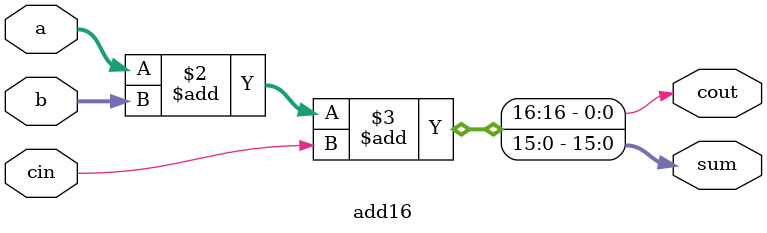
<source format=v>
module add16(a, b, cin, sum, cout);
  output reg [15:0] sum;
  output reg cout;
  input [15:0] a;
  input [15:0] b;
  input cin;

  always @(a, b, cin)
    {cout, sum} = a + b + cin;
endmodule

</source>
